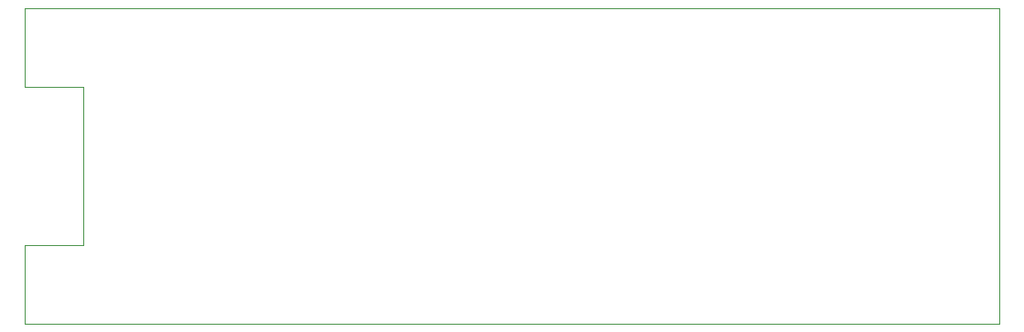
<source format=gko>
%TF.GenerationSoftware,KiCad,Pcbnew,(5.1.8)-1*%
%TF.CreationDate,2022-04-07T10:59:09+02:00*%
%TF.ProjectId,Hardware,48617264-7761-4726-952e-6b696361645f,rev?*%
%TF.SameCoordinates,Original*%
%TF.FileFunction,Profile,NP*%
%FSLAX46Y46*%
G04 Gerber Fmt 4.6, Leading zero omitted, Abs format (unit mm)*
G04 Created by KiCad (PCBNEW (5.1.8)-1) date 2022-04-07 10:59:09*
%MOMM*%
%LPD*%
G01*
G04 APERTURE LIST*
%TA.AperFunction,Profile*%
%ADD10C,0.050000*%
%TD*%
G04 APERTURE END LIST*
D10*
X19050000Y-117157500D02*
X24447500Y-117157500D01*
X19050000Y-102552500D02*
X24447500Y-102552500D01*
X24447500Y-117157500D02*
X24447500Y-102552500D01*
X19050000Y-102552500D02*
X19050000Y-100647500D01*
X19050000Y-100647500D02*
X19050000Y-95250000D01*
X19050000Y-124460000D02*
X19050000Y-117157500D01*
X109220000Y-124460000D02*
X19050000Y-124460000D01*
X109220000Y-95250000D02*
X109220000Y-124460000D01*
X19050000Y-95250000D02*
X109220000Y-95250000D01*
M02*

</source>
